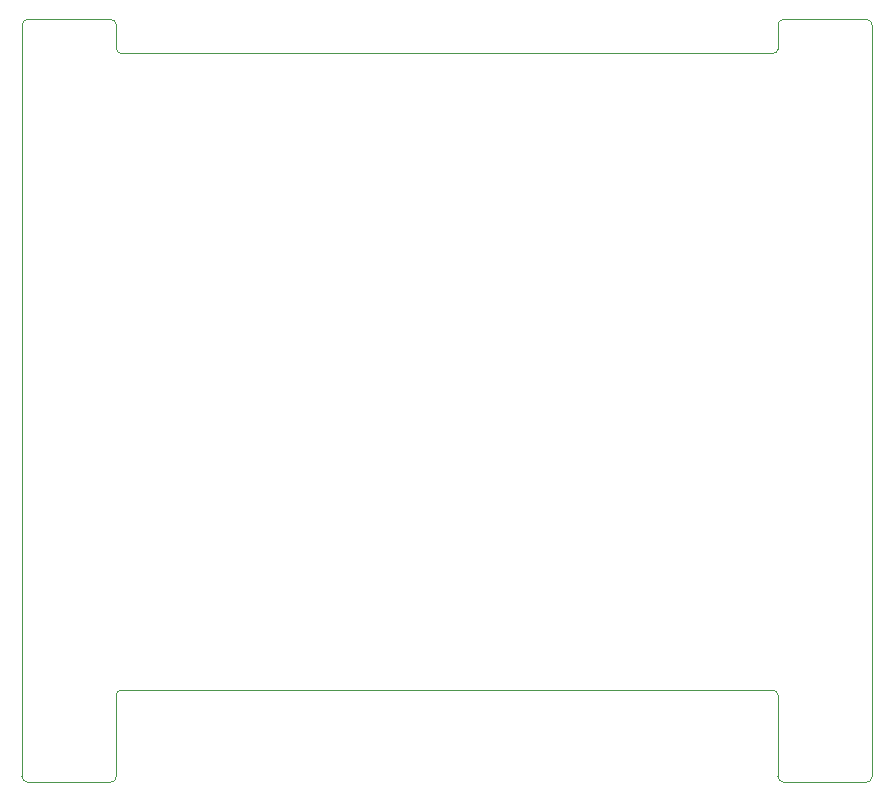
<source format=gm1>
G04 #@! TF.GenerationSoftware,KiCad,Pcbnew,(6.0.9)*
G04 #@! TF.CreationDate,2023-02-01T14:52:06+00:00*
G04 #@! TF.ProjectId,GroupProjectCustom,47726f75-7050-4726-9f6a-656374437573,rev?*
G04 #@! TF.SameCoordinates,Original*
G04 #@! TF.FileFunction,Profile,NP*
%FSLAX46Y46*%
G04 Gerber Fmt 4.6, Leading zero omitted, Abs format (unit mm)*
G04 Created by KiCad (PCBNEW (6.0.9)) date 2023-02-01 14:52:06*
%MOMM*%
%LPD*%
G01*
G04 APERTURE LIST*
G04 #@! TA.AperFunction,Profile*
%ADD10C,0.100000*%
G04 #@! TD*
G04 APERTURE END LIST*
D10*
X129600000Y-43810000D02*
G75*
G03*
X129100000Y-43310000I-500000J0D01*
G01*
X134600000Y-100110000D02*
X130002843Y-100112843D01*
X121600000Y-56110000D02*
X121600000Y-54610000D01*
X193100000Y-43310000D02*
X186100000Y-43310000D01*
X193600000Y-50810000D02*
X193600000Y-51110000D01*
X121600000Y-107410000D02*
G75*
G03*
X122100000Y-107910000I500000J0D01*
G01*
X185600000Y-100510000D02*
G75*
G03*
X185200000Y-100110000I-400000J0D01*
G01*
X121600000Y-50810000D02*
X121600000Y-51110000D01*
X121600000Y-50810000D02*
X121600000Y-43810000D01*
X129100000Y-107910000D02*
G75*
G03*
X129600000Y-107410000I0J500000D01*
G01*
X193600000Y-95110000D02*
X193600000Y-54610000D01*
X121600000Y-96610000D02*
X121600000Y-100110000D01*
X121600000Y-54610000D02*
X121600000Y-51110000D01*
X185600000Y-45817157D02*
X185600000Y-43810000D01*
X193600000Y-43810000D02*
G75*
G03*
X193100000Y-43310000I-500000J0D01*
G01*
X193600000Y-95110000D02*
X193600000Y-96610000D01*
X129600000Y-45800000D02*
G75*
G03*
X130000000Y-46200000I400000J0D01*
G01*
X185600000Y-107410000D02*
G75*
G03*
X186100000Y-107910000I500000J0D01*
G01*
X186100000Y-107910000D02*
X193100000Y-107910000D01*
X193600000Y-100410000D02*
X193600000Y-107410000D01*
X193600000Y-54610000D02*
X193600000Y-51110000D01*
X134600000Y-100110000D02*
X185200000Y-100110000D01*
X121600000Y-56110000D02*
X121600000Y-96610000D01*
X130000000Y-46200000D02*
X130600000Y-46200000D01*
X129600000Y-43810000D02*
X129600000Y-45800000D01*
X193100000Y-107910000D02*
G75*
G03*
X193600000Y-107410000I0J500000D01*
G01*
X129602843Y-100512843D02*
X129600000Y-107410000D01*
X185600000Y-107410000D02*
X185600000Y-100510000D01*
X185200000Y-46200000D02*
X130600000Y-46200000D01*
X121600000Y-107410000D02*
X121600000Y-100410000D01*
X193600000Y-43810000D02*
X193600000Y-50810000D01*
X129100000Y-43310000D02*
X122100000Y-43310000D01*
X193600000Y-96610000D02*
X193600000Y-100110000D01*
X186100000Y-43310000D02*
G75*
G03*
X185600000Y-43810000I0J-500000D01*
G01*
X185199999Y-46200031D02*
G75*
G03*
X185600000Y-45817157I16801J382831D01*
G01*
X122100000Y-43310000D02*
G75*
G03*
X121600000Y-43810000I0J-500000D01*
G01*
X121600000Y-100410000D02*
X121600000Y-100110000D01*
X122100000Y-107910000D02*
X129100000Y-107910000D01*
X193600000Y-100410000D02*
X193600000Y-100110000D01*
X130002843Y-100112843D02*
G75*
G03*
X129602843Y-100512843I-43J-399957D01*
G01*
M02*

</source>
